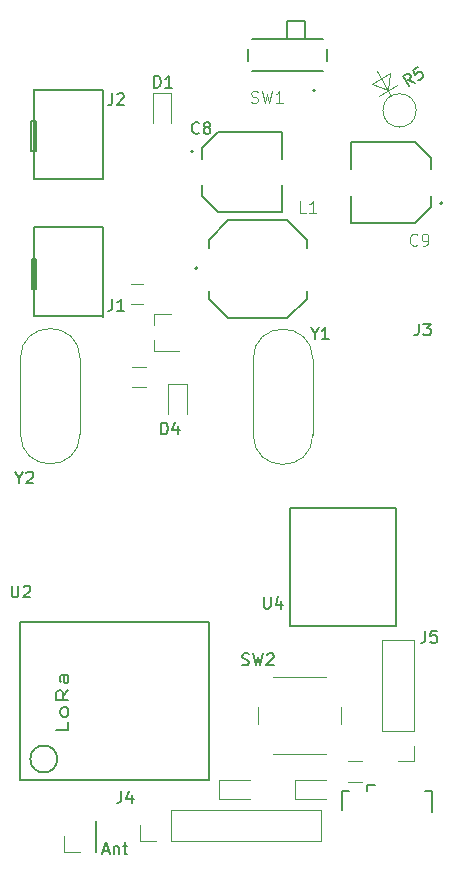
<source format=gbr>
G04 #@! TF.GenerationSoftware,KiCad,Pcbnew,5.1.6-c6e7f7d~87~ubuntu18.04.1*
G04 #@! TF.CreationDate,2021-04-09T16:44:34+05:30*
G04 #@! TF.ProjectId,Sensor_pcb_v4,53656e73-6f72-45f7-9063-625f76342e6b,rev?*
G04 #@! TF.SameCoordinates,Original*
G04 #@! TF.FileFunction,Legend,Top*
G04 #@! TF.FilePolarity,Positive*
%FSLAX46Y46*%
G04 Gerber Fmt 4.6, Leading zero omitted, Abs format (unit mm)*
G04 Created by KiCad (PCBNEW 5.1.6-c6e7f7d~87~ubuntu18.04.1) date 2021-04-09 16:44:34*
%MOMM*%
%LPD*%
G01*
G04 APERTURE LIST*
%ADD10C,0.150000*%
%ADD11C,0.127000*%
%ADD12C,0.200000*%
%ADD13C,0.120000*%
%ADD14C,0.100000*%
%ADD15C,0.015000*%
G04 APERTURE END LIST*
D10*
X31233549Y-88832986D02*
X31709740Y-88832986D01*
X31138311Y-89118700D02*
X31471644Y-88118700D01*
X31804978Y-89118700D01*
X32138311Y-88452034D02*
X32138311Y-89118700D01*
X32138311Y-88547272D02*
X32185930Y-88499653D01*
X32281168Y-88452034D01*
X32424025Y-88452034D01*
X32519263Y-88499653D01*
X32566882Y-88594891D01*
X32566882Y-89118700D01*
X32900216Y-88452034D02*
X33281168Y-88452034D01*
X33043073Y-88118700D02*
X33043073Y-88975843D01*
X33090692Y-89071081D01*
X33185930Y-89118700D01*
X33281168Y-89118700D01*
D11*
X46389500Y-34763900D02*
X40949500Y-34763900D01*
X40949500Y-34763900D02*
X39589500Y-33403900D01*
X39589500Y-29323900D02*
X40949500Y-27963900D01*
X40949500Y-27963900D02*
X46389500Y-27963900D01*
X39589500Y-29323900D02*
X39589500Y-30253900D01*
X39589500Y-33403900D02*
X39589500Y-32473900D01*
D12*
X38839500Y-29613900D02*
G75*
G03*
X38839500Y-29613900I-100000J0D01*
G01*
D11*
X46389500Y-27963900D02*
X46389500Y-30253900D01*
X46389500Y-32473900D02*
X46389500Y-34763900D01*
D10*
X54252600Y-83241000D02*
X53552600Y-83241000D01*
X53552600Y-83241000D02*
X53552600Y-83741000D01*
X59052600Y-85541000D02*
X59052600Y-83741000D01*
X59052600Y-83741000D02*
X58452600Y-83741000D01*
X51452600Y-85341000D02*
X51452600Y-83741000D01*
X51452600Y-83741000D02*
X52052600Y-83741000D01*
X31183100Y-24374300D02*
X31183100Y-31374300D01*
X31183100Y-31374300D02*
X31183100Y-31874300D01*
X31183100Y-31874300D02*
X31183100Y-31964300D01*
X31183100Y-24374300D02*
X26183100Y-24374300D01*
X26183100Y-24374300D02*
X25383100Y-24374300D01*
X25383100Y-24374300D02*
X25373100Y-24374300D01*
X31143100Y-31954300D02*
X31153100Y-31954300D01*
X30343100Y-31954300D02*
X31143100Y-31954300D01*
X25343100Y-31954300D02*
X30343100Y-31954300D01*
X25343100Y-24454300D02*
X25343100Y-24364300D01*
X25343100Y-31954300D02*
X25343100Y-24954300D01*
X25343100Y-24954300D02*
X25343100Y-24454300D01*
X25563100Y-27084300D02*
X25563100Y-29614300D01*
X25563100Y-29614300D02*
X25163100Y-29614300D01*
X25163100Y-29614300D02*
X25163100Y-27064300D01*
X25163100Y-27064300D02*
X25543100Y-27064300D01*
X25543100Y-27064300D02*
X25543100Y-27054300D01*
X31198400Y-36002500D02*
X31198400Y-43002500D01*
X31198400Y-43002500D02*
X31198400Y-43502500D01*
X31198400Y-43502500D02*
X31198400Y-43592500D01*
X31198400Y-36002500D02*
X26198400Y-36002500D01*
X26198400Y-36002500D02*
X25398400Y-36002500D01*
X25398400Y-36002500D02*
X25388400Y-36002500D01*
X31158400Y-43582500D02*
X31168400Y-43582500D01*
X30358400Y-43582500D02*
X31158400Y-43582500D01*
X25358400Y-43582500D02*
X30358400Y-43582500D01*
X25358400Y-36082500D02*
X25358400Y-35992500D01*
X25358400Y-43582500D02*
X25358400Y-36582500D01*
X25358400Y-36582500D02*
X25358400Y-36082500D01*
X25578400Y-38712500D02*
X25578400Y-41242500D01*
X25578400Y-41242500D02*
X25178400Y-41242500D01*
X25178400Y-41242500D02*
X25178400Y-38692500D01*
X25178400Y-38692500D02*
X25558400Y-38692500D01*
X25558400Y-38692500D02*
X25558400Y-38682500D01*
X48027500Y-69824100D02*
X56027500Y-69824100D01*
X56027500Y-69824100D02*
X56027500Y-59824100D01*
X56027500Y-59824100D02*
X48027500Y-59824100D01*
X48027500Y-59824100D02*
X47027500Y-59824100D01*
X47027500Y-59824100D02*
X47027500Y-69824100D01*
X47027500Y-69824100D02*
X48027500Y-69824100D01*
D13*
X49709400Y-87999900D02*
X49709400Y-85339900D01*
X36949400Y-87999900D02*
X49709400Y-87999900D01*
X36949400Y-85339900D02*
X49709400Y-85339900D01*
X36949400Y-87999900D02*
X36949400Y-85339900D01*
X35679400Y-87999900D02*
X34349400Y-87999900D01*
X34349400Y-87999900D02*
X34349400Y-86669900D01*
D12*
X49182500Y-24474900D02*
G75*
G03*
X49182500Y-24474900I-100000J0D01*
G01*
D11*
X48332500Y-20074900D02*
X48332500Y-18574900D01*
X48332500Y-18574900D02*
X46832500Y-18574900D01*
X46832500Y-18574900D02*
X46832500Y-20074900D01*
X50182500Y-21924900D02*
X50182500Y-20924900D01*
X49832500Y-22774900D02*
X43832500Y-22774900D01*
X49832500Y-20074900D02*
X43832500Y-20074900D01*
X43482500Y-21924900D02*
X43482500Y-20924900D01*
D13*
X38341200Y-49283800D02*
X38341200Y-51883800D01*
X36741200Y-49283800D02*
X36741200Y-51883800D01*
X38341200Y-49283800D02*
X36741200Y-49283800D01*
X57530000Y-81256200D02*
X56200000Y-81256200D01*
X57530000Y-79926200D02*
X57530000Y-81256200D01*
X57530000Y-78656200D02*
X54870000Y-78656200D01*
X54870000Y-78656200D02*
X54870000Y-70976200D01*
X57530000Y-78656200D02*
X57530000Y-70976200D01*
X57530000Y-70976200D02*
X54870000Y-70976200D01*
D10*
X40194700Y-69456400D02*
X40204700Y-82856400D01*
X24204700Y-69456400D02*
X40194700Y-69456400D01*
X24204700Y-82856400D02*
X24204700Y-69456400D01*
X40204700Y-82856400D02*
X24204700Y-82856400D01*
X27344875Y-81056400D02*
G75*
G03*
X27344875Y-81056400I-1140175J0D01*
G01*
D13*
X27925700Y-88939700D02*
X27925700Y-87609700D01*
X29255700Y-88939700D02*
X27925700Y-88939700D01*
X30525700Y-88939700D02*
X30525700Y-86279700D01*
X30525700Y-86279700D02*
X30585700Y-86279700D01*
X30525700Y-88939700D02*
X30585700Y-88939700D01*
X30585700Y-88939700D02*
X30585700Y-86279700D01*
X37015000Y-24643300D02*
X37015000Y-27243300D01*
X35415000Y-24643300D02*
X35415000Y-27243300D01*
X37015000Y-24643300D02*
X35415000Y-24643300D01*
X55619500Y-24915504D02*
X54384500Y-22776421D01*
X54580937Y-24894660D02*
X56120730Y-24005660D01*
X55350834Y-24450160D02*
X53988270Y-23868131D01*
X53988270Y-23868131D02*
X55528063Y-22979131D01*
X55528063Y-22979131D02*
X55350834Y-24450160D01*
X57734500Y-26136600D02*
G75*
G03*
X57734500Y-26136600I-1410000J0D01*
G01*
X48979100Y-47190100D02*
X48979100Y-53590100D01*
X43929100Y-47190100D02*
X43929100Y-53590100D01*
X43929100Y-53590100D02*
G75*
G03*
X48979100Y-53590100I2525000J0D01*
G01*
X43929100Y-47190100D02*
G75*
G02*
X48979100Y-47190100I2525000J0D01*
G01*
X24221200Y-47136800D02*
X24221200Y-53536800D01*
X29271200Y-47136800D02*
X29271200Y-53536800D01*
X24221200Y-47136800D02*
G75*
G02*
X29271200Y-47136800I2525000J0D01*
G01*
X24221200Y-53536800D02*
G75*
G03*
X29271200Y-53536800I2525000J0D01*
G01*
X50120000Y-74118800D02*
X45620000Y-74118800D01*
X51370000Y-78118800D02*
X51370000Y-76618800D01*
X45620000Y-80618800D02*
X50120000Y-80618800D01*
X44370000Y-76618800D02*
X44370000Y-78118800D01*
D11*
X52220900Y-28850400D02*
X57660900Y-28850400D01*
X57660900Y-28850400D02*
X59020900Y-30210400D01*
X59020900Y-34290400D02*
X57660900Y-35650400D01*
X57660900Y-35650400D02*
X52220900Y-35650400D01*
X59020900Y-34290400D02*
X59020900Y-33360400D01*
X59020900Y-30210400D02*
X59020900Y-31140400D01*
D12*
X59970900Y-34000400D02*
G75*
G03*
X59970900Y-34000400I-100000J0D01*
G01*
D11*
X52220900Y-35650400D02*
X52220900Y-33360400D01*
X52220900Y-31140400D02*
X52220900Y-28850400D01*
X44815400Y-43753700D02*
X43815400Y-43753700D01*
X43815400Y-35453700D02*
X44815400Y-35453700D01*
D12*
X39215400Y-39503700D02*
G75*
G03*
X39215400Y-39503700I-100000J0D01*
G01*
D11*
X40165400Y-37803700D02*
X40165400Y-37103700D01*
X40165400Y-37103700D02*
X41815400Y-35453700D01*
X41815400Y-35453700D02*
X46815400Y-35453700D01*
X46815400Y-35453700D02*
X48465400Y-37103700D01*
X48465400Y-37103700D02*
X48465400Y-37803700D01*
X44815400Y-43753700D02*
X43815400Y-43753700D01*
X48465400Y-41403700D02*
X48465400Y-42103700D01*
X48465400Y-42103700D02*
X46815400Y-43753700D01*
X46815400Y-43753700D02*
X41815400Y-43753700D01*
X41815400Y-43753700D02*
X40165400Y-42103700D01*
X40165400Y-42103700D02*
X40165400Y-41403700D01*
D13*
X34576600Y-40808500D02*
X33576600Y-40808500D01*
X33576600Y-42508500D02*
X34576600Y-42508500D01*
X47516000Y-82857400D02*
X47516000Y-84457400D01*
X47516000Y-84457400D02*
X50116000Y-84457400D01*
X47516000Y-82857400D02*
X50116000Y-82857400D01*
X41023700Y-82844700D02*
X43623700Y-82844700D01*
X41023700Y-84444700D02*
X43623700Y-84444700D01*
X41023700Y-82844700D02*
X41023700Y-84444700D01*
X35508700Y-43362800D02*
X35508700Y-44292800D01*
X35508700Y-46522800D02*
X35508700Y-45592800D01*
X35508700Y-46522800D02*
X37668700Y-46522800D01*
X35508700Y-43362800D02*
X36968700Y-43362800D01*
X51978000Y-81230600D02*
X53178000Y-81230600D01*
X53178000Y-82990600D02*
X51978000Y-82990600D01*
X33641700Y-47834700D02*
X34841700Y-47834700D01*
X34841700Y-49594700D02*
X33641700Y-49594700D01*
D10*
X39355733Y-28035502D02*
X39308114Y-28083121D01*
X39165257Y-28130740D01*
X39070019Y-28130740D01*
X38927161Y-28083121D01*
X38831923Y-27987883D01*
X38784304Y-27892645D01*
X38736685Y-27702169D01*
X38736685Y-27559312D01*
X38784304Y-27368836D01*
X38831923Y-27273598D01*
X38927161Y-27178360D01*
X39070019Y-27130740D01*
X39165257Y-27130740D01*
X39308114Y-27178360D01*
X39355733Y-27225979D01*
X39927161Y-27559312D02*
X39831923Y-27511693D01*
X39784304Y-27464074D01*
X39736685Y-27368836D01*
X39736685Y-27321217D01*
X39784304Y-27225979D01*
X39831923Y-27178360D01*
X39927161Y-27130740D01*
X40117638Y-27130740D01*
X40212876Y-27178360D01*
X40260495Y-27225979D01*
X40308114Y-27321217D01*
X40308114Y-27368836D01*
X40260495Y-27464074D01*
X40212876Y-27511693D01*
X40117638Y-27559312D01*
X39927161Y-27559312D01*
X39831923Y-27606931D01*
X39784304Y-27654550D01*
X39736685Y-27749788D01*
X39736685Y-27940264D01*
X39784304Y-28035502D01*
X39831923Y-28083121D01*
X39927161Y-28130740D01*
X40117638Y-28130740D01*
X40212876Y-28083121D01*
X40260495Y-28035502D01*
X40308114Y-27940264D01*
X40308114Y-27749788D01*
X40260495Y-27654550D01*
X40212876Y-27606931D01*
X40117638Y-27559312D01*
X31998346Y-24697400D02*
X31998346Y-25411686D01*
X31950727Y-25554543D01*
X31855489Y-25649781D01*
X31712632Y-25697400D01*
X31617394Y-25697400D01*
X32426918Y-24792639D02*
X32474537Y-24745020D01*
X32569775Y-24697400D01*
X32807870Y-24697400D01*
X32903108Y-24745020D01*
X32950727Y-24792639D01*
X32998346Y-24887877D01*
X32998346Y-24983115D01*
X32950727Y-25125972D01*
X32379299Y-25697400D01*
X32998346Y-25697400D01*
X32003486Y-42109180D02*
X32003486Y-42823466D01*
X31955867Y-42966323D01*
X31860629Y-43061561D01*
X31717772Y-43109180D01*
X31622534Y-43109180D01*
X33003486Y-43109180D02*
X32432058Y-43109180D01*
X32717772Y-43109180D02*
X32717772Y-42109180D01*
X32622534Y-42252038D01*
X32527296Y-42347276D01*
X32432058Y-42394895D01*
X44833615Y-67313540D02*
X44833615Y-68123064D01*
X44881234Y-68218302D01*
X44928853Y-68265921D01*
X45024091Y-68313540D01*
X45214567Y-68313540D01*
X45309805Y-68265921D01*
X45357424Y-68218302D01*
X45405043Y-68123064D01*
X45405043Y-67313540D01*
X46309805Y-67646874D02*
X46309805Y-68313540D01*
X46071710Y-67265921D02*
X45833615Y-67980207D01*
X46452662Y-67980207D01*
X32778126Y-83782940D02*
X32778126Y-84497226D01*
X32730507Y-84640083D01*
X32635269Y-84735321D01*
X32492412Y-84782940D01*
X32397174Y-84782940D01*
X33682888Y-84116274D02*
X33682888Y-84782940D01*
X33444793Y-83735321D02*
X33206698Y-84449607D01*
X33825745Y-84449607D01*
D14*
X43758962Y-25446714D02*
X43901852Y-25494344D01*
X44140001Y-25494344D01*
X44235261Y-25446714D01*
X44282891Y-25399084D01*
X44330521Y-25303824D01*
X44330521Y-25208564D01*
X44282891Y-25113304D01*
X44235261Y-25065674D01*
X44140001Y-25018045D01*
X43949482Y-24970415D01*
X43854222Y-24922785D01*
X43806592Y-24875155D01*
X43758962Y-24779895D01*
X43758962Y-24684635D01*
X43806592Y-24589375D01*
X43854222Y-24541746D01*
X43949482Y-24494116D01*
X44187631Y-24494116D01*
X44330521Y-24541746D01*
X44663930Y-24494116D02*
X44902080Y-25494344D01*
X45092600Y-24779895D01*
X45283119Y-25494344D01*
X45521269Y-24494116D01*
X46426237Y-25494344D02*
X45854678Y-25494344D01*
X46140457Y-25494344D02*
X46140457Y-24494116D01*
X46045198Y-24637005D01*
X45949938Y-24732265D01*
X45854678Y-24779895D01*
D10*
X36132544Y-53568840D02*
X36132544Y-52568840D01*
X36370640Y-52568840D01*
X36513497Y-52616460D01*
X36608735Y-52711698D01*
X36656354Y-52806936D01*
X36703973Y-52997412D01*
X36703973Y-53140269D01*
X36656354Y-53330745D01*
X36608735Y-53425983D01*
X36513497Y-53521221D01*
X36370640Y-53568840D01*
X36132544Y-53568840D01*
X37561116Y-52902174D02*
X37561116Y-53568840D01*
X37323020Y-52521221D02*
X37084925Y-53235507D01*
X37703973Y-53235507D01*
X58508266Y-70206640D02*
X58508266Y-70920926D01*
X58460647Y-71063783D01*
X58365409Y-71159021D01*
X58222552Y-71206640D01*
X58127314Y-71206640D01*
X59460647Y-70206640D02*
X58984457Y-70206640D01*
X58936838Y-70682831D01*
X58984457Y-70635212D01*
X59079695Y-70587593D01*
X59317790Y-70587593D01*
X59413028Y-70635212D01*
X59460647Y-70682831D01*
X59508266Y-70778069D01*
X59508266Y-71016164D01*
X59460647Y-71111402D01*
X59413028Y-71159021D01*
X59317790Y-71206640D01*
X59079695Y-71206640D01*
X58984457Y-71159021D01*
X58936838Y-71111402D01*
X23490015Y-66381380D02*
X23490015Y-67190904D01*
X23537634Y-67286142D01*
X23585253Y-67333761D01*
X23680491Y-67381380D01*
X23870967Y-67381380D01*
X23966205Y-67333761D01*
X24013824Y-67286142D01*
X24061443Y-67190904D01*
X24061443Y-66381380D01*
X24490015Y-66476619D02*
X24537634Y-66429000D01*
X24632872Y-66381380D01*
X24870967Y-66381380D01*
X24966205Y-66429000D01*
X25013824Y-66476619D01*
X25061443Y-66571857D01*
X25061443Y-66667095D01*
X25013824Y-66809952D01*
X24442396Y-67381380D01*
X25061443Y-67381380D01*
X28277080Y-77909257D02*
X28277080Y-78623542D01*
X27277080Y-78623542D01*
X28277080Y-77194971D02*
X28229461Y-77337828D01*
X28181842Y-77409257D01*
X28086604Y-77480685D01*
X27800890Y-77480685D01*
X27705652Y-77409257D01*
X27658033Y-77337828D01*
X27610414Y-77194971D01*
X27610414Y-76980685D01*
X27658033Y-76837828D01*
X27705652Y-76766400D01*
X27800890Y-76694971D01*
X28086604Y-76694971D01*
X28181842Y-76766400D01*
X28229461Y-76837828D01*
X28277080Y-76980685D01*
X28277080Y-77194971D01*
X28277080Y-75194971D02*
X27800890Y-75694971D01*
X28277080Y-76052114D02*
X27277080Y-76052114D01*
X27277080Y-75480685D01*
X27324700Y-75337828D01*
X27372319Y-75266400D01*
X27467557Y-75194971D01*
X27610414Y-75194971D01*
X27705652Y-75266400D01*
X27753271Y-75337828D01*
X27800890Y-75480685D01*
X27800890Y-76052114D01*
X28277080Y-73909257D02*
X27753271Y-73909257D01*
X27658033Y-73980685D01*
X27610414Y-74123542D01*
X27610414Y-74409257D01*
X27658033Y-74552114D01*
X28229461Y-73909257D02*
X28277080Y-74052114D01*
X28277080Y-74409257D01*
X28229461Y-74552114D01*
X28134223Y-74623542D01*
X28038985Y-74623542D01*
X27943747Y-74552114D01*
X27896128Y-74409257D01*
X27896128Y-74052114D01*
X27848509Y-73909257D01*
X57967326Y-44184400D02*
X57967326Y-44898686D01*
X57919707Y-45041543D01*
X57824469Y-45136781D01*
X57681612Y-45184400D01*
X57586374Y-45184400D01*
X58348279Y-44184400D02*
X58967326Y-44184400D01*
X58633993Y-44565353D01*
X58776850Y-44565353D01*
X58872088Y-44612972D01*
X58919707Y-44660591D01*
X58967326Y-44755829D01*
X58967326Y-44993924D01*
X58919707Y-45089162D01*
X58872088Y-45136781D01*
X58776850Y-45184400D01*
X58491136Y-45184400D01*
X58395898Y-45136781D01*
X58348279Y-45089162D01*
X35530084Y-24211520D02*
X35530084Y-23211520D01*
X35768180Y-23211520D01*
X35911037Y-23259140D01*
X36006275Y-23354378D01*
X36053894Y-23449616D01*
X36101513Y-23640092D01*
X36101513Y-23782949D01*
X36053894Y-23973425D01*
X36006275Y-24068663D01*
X35911037Y-24163901D01*
X35768180Y-24211520D01*
X35530084Y-24211520D01*
X37053894Y-24211520D02*
X36482465Y-24211520D01*
X36768180Y-24211520D02*
X36768180Y-23211520D01*
X36672941Y-23354378D01*
X36577703Y-23449616D01*
X36482465Y-23497235D01*
X57592532Y-23807546D02*
X57065762Y-23561820D01*
X57097661Y-24093261D02*
X56597661Y-23227235D01*
X56927575Y-23036759D01*
X57033863Y-23030379D01*
X57098912Y-23047809D01*
X57187771Y-23106478D01*
X57259199Y-23230196D01*
X57265579Y-23336484D01*
X57248149Y-23401533D01*
X57189480Y-23490391D01*
X56859566Y-23680867D01*
X57876079Y-22489140D02*
X57463686Y-22727235D01*
X57660542Y-23163438D01*
X57677972Y-23098389D01*
X57736641Y-23009531D01*
X57942837Y-22890483D01*
X58049126Y-22884103D01*
X58114174Y-22901533D01*
X58203033Y-22960202D01*
X58322080Y-23166399D01*
X58328460Y-23272687D01*
X58311030Y-23337735D01*
X58252361Y-23426594D01*
X58046165Y-23545641D01*
X57939877Y-23552021D01*
X57874828Y-23534591D01*
X49145289Y-45035770D02*
X49145289Y-45511960D01*
X48811956Y-44511960D02*
X49145289Y-45035770D01*
X49478622Y-44511960D01*
X50335765Y-45511960D02*
X49764337Y-45511960D01*
X50050051Y-45511960D02*
X50050051Y-44511960D01*
X49954813Y-44654818D01*
X49859575Y-44750056D01*
X49764337Y-44797675D01*
X24121169Y-57245570D02*
X24121169Y-57721760D01*
X23787836Y-56721760D02*
X24121169Y-57245570D01*
X24454502Y-56721760D01*
X24740217Y-56816999D02*
X24787836Y-56769380D01*
X24883074Y-56721760D01*
X25121169Y-56721760D01*
X25216407Y-56769380D01*
X25264026Y-56816999D01*
X25311645Y-56912237D01*
X25311645Y-57007475D01*
X25264026Y-57150332D01*
X24692598Y-57721760D01*
X25311645Y-57721760D01*
X43012486Y-73069041D02*
X43155343Y-73116660D01*
X43393439Y-73116660D01*
X43488677Y-73069041D01*
X43536296Y-73021422D01*
X43583915Y-72926184D01*
X43583915Y-72830946D01*
X43536296Y-72735708D01*
X43488677Y-72688089D01*
X43393439Y-72640470D01*
X43202962Y-72592851D01*
X43107724Y-72545232D01*
X43060105Y-72497613D01*
X43012486Y-72402375D01*
X43012486Y-72307137D01*
X43060105Y-72211899D01*
X43107724Y-72164280D01*
X43202962Y-72116660D01*
X43441058Y-72116660D01*
X43583915Y-72164280D01*
X43917248Y-72116660D02*
X44155343Y-73116660D01*
X44345820Y-72402375D01*
X44536296Y-73116660D01*
X44774391Y-72116660D01*
X45107724Y-72211899D02*
X45155343Y-72164280D01*
X45250581Y-72116660D01*
X45488677Y-72116660D01*
X45583915Y-72164280D01*
X45631534Y-72211899D01*
X45679153Y-72307137D01*
X45679153Y-72402375D01*
X45631534Y-72545232D01*
X45060105Y-73116660D01*
X45679153Y-73116660D01*
D15*
X57816433Y-37502122D02*
X57768814Y-37549741D01*
X57625957Y-37597360D01*
X57530719Y-37597360D01*
X57387861Y-37549741D01*
X57292623Y-37454503D01*
X57245004Y-37359265D01*
X57197385Y-37168789D01*
X57197385Y-37025932D01*
X57245004Y-36835456D01*
X57292623Y-36740218D01*
X57387861Y-36644980D01*
X57530719Y-36597360D01*
X57625957Y-36597360D01*
X57768814Y-36644980D01*
X57816433Y-36692599D01*
X58292623Y-37597360D02*
X58483100Y-37597360D01*
X58578338Y-37549741D01*
X58625957Y-37502122D01*
X58721195Y-37359265D01*
X58768814Y-37168789D01*
X58768814Y-36787837D01*
X58721195Y-36692599D01*
X58673576Y-36644980D01*
X58578338Y-36597360D01*
X58387861Y-36597360D01*
X58292623Y-36644980D01*
X58245004Y-36692599D01*
X58197385Y-36787837D01*
X58197385Y-37025932D01*
X58245004Y-37121170D01*
X58292623Y-37168789D01*
X58387861Y-37216408D01*
X58578338Y-37216408D01*
X58673576Y-37168789D01*
X58721195Y-37121170D01*
X58768814Y-37025932D01*
X48415933Y-34788120D02*
X47939742Y-34788120D01*
X47939742Y-33788120D01*
X49273076Y-34788120D02*
X48701647Y-34788120D01*
X48987361Y-34788120D02*
X48987361Y-33788120D01*
X48892123Y-33930978D01*
X48796885Y-34026216D01*
X48701647Y-34073835D01*
M02*

</source>
